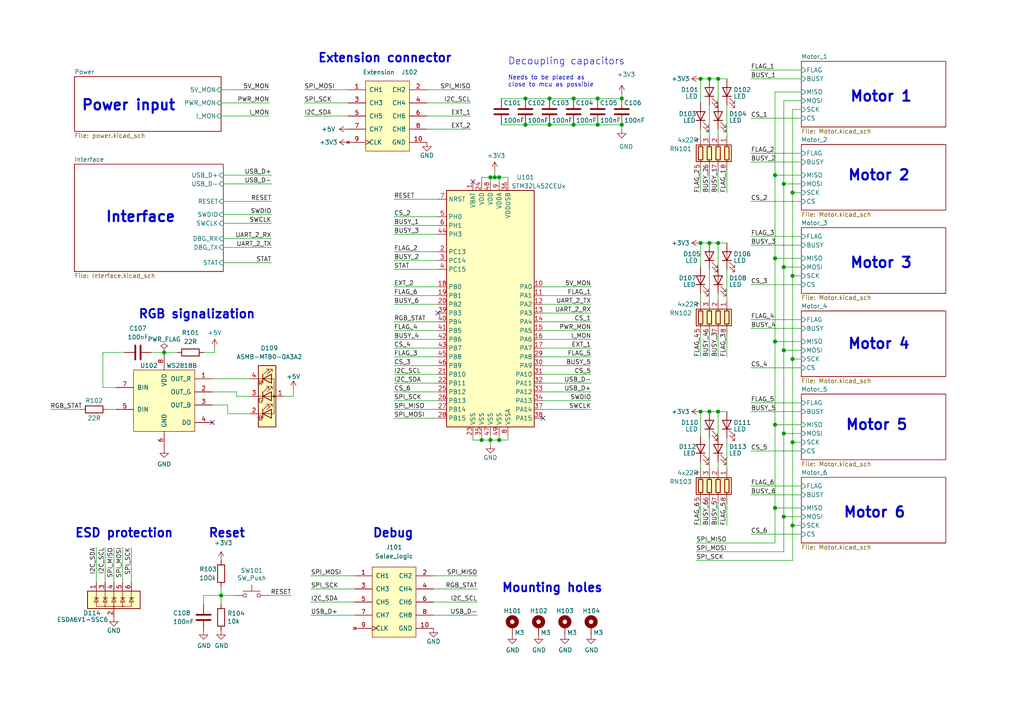
<source format=kicad_sch>
(kicad_sch (version 20201015) (generator eeschema)
  (paper "A4")
  (title_block (title "Arachne") (date "2019-07-16") (rev "0.1") (company "Autor: Petr Malaník"))
  (lib_symbols
    (symbol "Arachne-rescue:Salae_logic-TCY_connectors" (pin_names (offset 1.016))
      (property "Reference" "J" (at 0 10.16 0))
      (property "Value" "Salae_logic-TCY_connectors" (at 0 7.62 0))
      (symbol "Salae_logic-TCY_connectors_0_1"
        (rectangle (start -6.35 6.35) (end 6.35 -13.97) (fill (type background)))
      )
      (symbol "Salae_logic-TCY_connectors_1_1"
        (pin input line (at -11.43 3.81 0) (length 5.08) (name "CH1") (number "1"))
        (pin passive line (at 11.43 -11.43 180) (length 5.08) (name "GND") (number "10"))
        (pin input line (at 11.43 3.81 180) (length 5.08) (name "CH2") (number "2"))
        (pin input line (at -11.43 0 0) (length 5.08) (name "CH3") (number "3"))
        (pin input line (at 11.43 0 180) (length 5.08) (name "CH4") (number "4"))
        (pin input line (at -11.43 -3.81 0) (length 5.08) (name "CH5") (number "5"))
        (pin input line (at 11.43 -3.81 180) (length 5.08) (name "CH6") (number "6"))
        (pin input line (at -11.43 -7.62 0) (length 5.08) (name "CH7") (number "7"))
        (pin input line (at 11.43 -7.62 180) (length 5.08) (name "CH8") (number "8"))
        (pin unconnected clock (at -11.43 -11.43 0) (length 5.08) (name "CLK") (number "9"))
      )
    )
    (symbol "Arachne-rescue:WS2818B-TCY_IC" (pin_names (offset 1.016))
      (property "Reference" "U" (at 1.27 12.7 0))
      (property "Value" "WS2818B-TCY_IC" (at 5.08 10.16 0))
      (symbol "WS2818B-TCY_IC_0_1"
        (rectangle (start 8.89 8.89) (end -8.89 -8.89) (fill (type background)))
      )
      (symbol "WS2818B-TCY_IC_1_1"
        (pin output line (at 13.97 6.35 180) (length 5.08) (name "OUT_R") (number "1"))
        (pin output line (at 13.97 2.54 180) (length 5.08) (name "OUT_G") (number "2"))
        (pin output line (at 13.97 -1.27 180) (length 5.08) (name "OUT_B") (number "3"))
        (pin output line (at 13.97 -6.35 180) (length 5.08) (name "DO") (number "4"))
        (pin input line (at -13.97 -2.54 0) (length 5.08) (name "DIN") (number "5"))
        (pin passive line (at 0 -13.97 90) (length 5.08) (name "GND") (number "6"))
        (pin input line (at -13.97 3.81 0) (length 5.08) (name "BIN") (number "7"))
        (pin power_in line (at 0 13.97 270) (length 5.08) (name "VDD") (number "8"))
      )
    )
    (symbol "Device:C" (pin_numbers hide) (pin_names (offset 0.254))
      (property "Reference" "C" (at 0.635 2.54 0))
      (property "Value" "C" (at 0.635 -2.54 0))
      (symbol "C_0_1"
        (polyline (pts (xy -2.032 -0.762) (xy 2.032 -0.762)) (stroke (width 0.508)))
        (polyline (pts (xy -2.032 0.762) (xy 2.032 0.762)) (stroke (width 0.508)))
      )
      (symbol "C_1_1"
        (pin passive line (at 0 3.81 270) (length 2.794) (name "~") (number "1"))
        (pin passive line (at 0 -3.81 90) (length 2.794) (name "~") (number "2"))
      )
    )
    (symbol "Device:LED" (pin_numbers hide) (pin_names (offset 1.016) hide)
      (property "Reference" "D" (at 0 2.54 0))
      (property "Value" "LED" (at 0 -2.54 0))
      (symbol "LED_0_1"
        (polyline (pts (xy -1.27 -1.27) (xy -1.27 1.27)) (stroke (width 0.254)))
        (polyline (pts (xy -1.27 0) (xy 1.27 0)))
        (polyline (pts (xy 1.27 -1.27) (xy 1.27 1.27) (xy -1.27 0) (xy 1.27 -1.27)) (stroke (width 0.254)))
        (polyline (pts (xy -3.048 -0.762) (xy -4.572 -2.286) (xy -3.81 -2.286) (xy -4.572 -2.286) (xy -4.572 -1.524)))
        (polyline (pts (xy -1.778 -0.762) (xy -3.302 -2.286) (xy -2.54 -2.286) (xy -3.302 -2.286) (xy -3.302 -1.524)))
      )
      (symbol "LED_1_1"
        (pin passive line (at -3.81 0 0) (length 2.54) (name "K") (number "1"))
        (pin passive line (at 3.81 0 180) (length 2.54) (name "A") (number "2"))
      )
    )
    (symbol "Device:R" (pin_numbers hide) (pin_names (offset 0))
      (property "Reference" "R" (at 2.032 0 90))
      (property "Value" "R" (at 0 0 90))
      (symbol "R_0_1"
        (rectangle (start -1.016 -2.54) (end 1.016 2.54) (stroke (width 0.254)))
      )
      (symbol "R_1_1"
        (pin passive line (at 0 3.81 270) (length 1.27) (name "~") (number "1"))
        (pin passive line (at 0 -3.81 90) (length 1.27) (name "~") (number "2"))
      )
    )
    (symbol "Device:R_Pack04" (pin_names (offset 0) hide)
      (property "Reference" "RN" (at -7.62 0 90))
      (property "Value" "R_Pack04" (at 5.08 0 90))
      (symbol "R_Pack04_0_1"
        (rectangle (start -6.35 -2.413) (end 3.81 2.413) (stroke (width 0.254)) (fill (type background)))
        (rectangle (start -5.715 1.905) (end -4.445 -1.905) (stroke (width 0.254)))
        (rectangle (start -3.175 1.905) (end -1.905 -1.905) (stroke (width 0.254)))
        (rectangle (start -0.635 1.905) (end 0.635 -1.905) (stroke (width 0.254)))
        (rectangle (start 1.905 1.905) (end 3.175 -1.905) (stroke (width 0.254)))
        (polyline (pts (xy -5.08 -2.54) (xy -5.08 -1.905)))
        (polyline (pts (xy -5.08 1.905) (xy -5.08 2.54)))
        (polyline (pts (xy -2.54 -2.54) (xy -2.54 -1.905)))
        (polyline (pts (xy -2.54 1.905) (xy -2.54 2.54)))
        (polyline (pts (xy 0 -2.54) (xy 0 -1.905)))
        (polyline (pts (xy 0 1.905) (xy 0 2.54)))
        (polyline (pts (xy 2.54 -2.54) (xy 2.54 -1.905)))
        (polyline (pts (xy 2.54 1.905) (xy 2.54 2.54)))
      )
      (symbol "R_Pack04_1_1"
        (pin passive line (at -5.08 -5.08 90) (length 2.54) (name "R1.1") (number "1"))
        (pin passive line (at -2.54 -5.08 90) (length 2.54) (name "R2.1") (number "2"))
        (pin passive line (at 0 -5.08 90) (length 2.54) (name "R3.1") (number "3"))
        (pin passive line (at 2.54 -5.08 90) (length 2.54) (name "R4.1") (number "4"))
        (pin passive line (at 2.54 5.08 270) (length 2.54) (name "R4.2") (number "5"))
        (pin passive line (at 0 5.08 270) (length 2.54) (name "R3.2") (number "6"))
        (pin passive line (at -2.54 5.08 270) (length 2.54) (name "R2.2") (number "7"))
        (pin passive line (at -5.08 5.08 270) (length 2.54) (name "R1.2") (number "8"))
      )
    )
    (symbol "LED:ASMB-MTB0-0A3A2" (pin_names (offset 0) hide)
      (property "Reference" "D" (at 0 10.16 0))
      (property "Value" "ASMB-MTB0-0A3A2" (at 0 -10.16 0))
      (symbol "ASMB-MTB0-0A3A2_0_0"
        (text "B" (at -1.905 -6.35 0) (effects (font (size 1.27 1.27))))
        (text "G" (at -1.905 -1.27 0) (effects (font (size 1.27 1.27))))
        (text "R" (at -1.905 3.81 0) (effects (font (size 1.27 1.27))))
      )
      (symbol "ASMB-MTB0-0A3A2_0_1"
        (circle (center 2.032 0) (radius 0.254) (fill (type outline)))
        (rectangle (start -2.54 -8.89) (end 2.54 8.89) (stroke (width 0.254)) (fill (type background)))
        (rectangle (start 1.27 6.35) (end 1.27 6.35))
        (polyline (pts (xy -2.54 -5.08) (xy 1.27 -5.08)))
        (polyline (pts (xy -1.27 -3.81) (xy -1.27 -6.35)) (stroke (width 0.254)))
        (polyline (pts (xy -1.27 1.27) (xy -1.27 -1.27)) (stroke (width 0.254)))
        (polyline (pts (xy -1.27 6.35) (xy -1.27 3.81)) (stroke (width 0.254)))
        (polyline (pts (xy 1.27 5.08) (xy -2.54 5.08)))
        (polyline (pts (xy 2.54 0) (xy -2.54 0)))
        (polyline (pts (xy 1.27 -5.08) (xy 2.032 -5.08) (xy 2.032 5.08) (xy 1.27 5.08)))
        (polyline (pts (xy 1.27 -3.81) (xy 1.27 -6.35) (xy -1.27 -5.08) (xy 1.27 -3.81)) (stroke (width 0.254)))
        (polyline (pts (xy 1.27 1.27) (xy 1.27 -1.27) (xy -1.27 0) (xy 1.27 1.27)) (stroke (width 0.254)))
        (polyline (pts (xy 1.27 6.35) (xy 1.27 3.81) (xy -1.27 5.08) (xy 1.27 6.35)) (stroke (width 0.254)))
        (polyline (pts (xy -1.016 -3.81) (xy 0.508 -2.286) (xy -0.254 -2.286) (xy 0.508 -2.286) (xy 0.508 -3.048)))
        (polyline (pts (xy -1.016 1.27) (xy 0.508 2.794) (xy -0.254 2.794) (xy 0.508 2.794) (xy 0.508 2.032)))
        (polyline (pts (xy -1.016 6.35) (xy 0.508 7.874) (xy -0.254 7.874) (xy 0.508 7.874) (xy 0.508 7.112)))
        (polyline (pts (xy 0 -3.81) (xy 1.524 -2.286) (xy 0.762 -2.286) (xy 1.524 -2.286) (xy 1.524 -3.048)))
        (polyline (pts (xy 0 1.27) (xy 1.524 2.794) (xy 0.762 2.794) (xy 1.524 2.794) (xy 1.524 2.032)))
        (polyline (pts (xy 0 6.35) (xy 1.524 7.874) (xy 0.762 7.874) (xy 1.524 7.874) (xy 1.524 7.112)))
      )
      (symbol "ASMB-MTB0-0A3A2_1_1"
        (pin passive line (at 5.08 0 180) (length 2.54) (name "A") (number "1"))
        (pin passive line (at -5.08 -5.08 0) (length 2.54) (name "BK") (number "2"))
        (pin passive line (at -5.08 0 0) (length 2.54) (name "GK") (number "3"))
        (pin passive line (at -5.08 5.08 0) (length 2.54) (name "RK") (number "4"))
      )
    )
    (symbol "MCU_ST_STM32L4:STM32L452CEUx"
      (property "Reference" "U" (at -12.7 34.29 0))
      (property "Value" "STM32L452CEUx" (at 7.62 34.29 0))
      (symbol "STM32L452CEUx_0_1"
        (rectangle (start -12.7 -35.56) (end 12.7 33.02) (stroke (width 0.254)) (fill (type background)))
      )
      (symbol "STM32L452CEUx_1_1"
        (pin power_in line (at -5.08 35.56 270) (length 2.54) (name "VBAT") (number "1"))
        (pin bidirectional line (at 15.24 5.08 180) (length 2.54) (name "PA0") (number "10"))
        (pin bidirectional line (at 15.24 2.54 180) (length 2.54) (name "PA1") (number "11"))
        (pin bidirectional line (at 15.24 0 180) (length 2.54) (name "PA2") (number "12"))
        (pin bidirectional line (at 15.24 -2.54 180) (length 2.54) (name "PA3") (number "13"))
        (pin bidirectional line (at 15.24 -5.08 180) (length 2.54) (name "PA4") (number "14"))
        (pin bidirectional line (at 15.24 -7.62 180) (length 2.54) (name "PA5") (number "15"))
        (pin bidirectional line (at 15.24 -10.16 180) (length 2.54) (name "PA6") (number "16"))
        (pin bidirectional line (at 15.24 -12.7 180) (length 2.54) (name "PA7") (number "17"))
        (pin bidirectional line (at -15.24 5.08 0) (length 2.54) (name "PB0") (number "18"))
        (pin bidirectional line (at -15.24 2.54 0) (length 2.54) (name "PB1") (number "19"))
        (pin bidirectional line (at -15.24 15.24 0) (length 2.54) (name "PC13") (number "2"))
        (pin bidirectional line (at -15.24 0 0) (length 2.54) (name "PB2") (number "20"))
        (pin bidirectional line (at -15.24 -20.32 0) (length 2.54) (name "PB10") (number "21"))
        (pin bidirectional line (at -15.24 -22.86 0) (length 2.54) (name "PB11") (number "22"))
        (pin power_in line (at -5.08 -38.1 90) (length 2.54) (name "VSS") (number "23"))
        (pin power_in line (at -2.54 35.56 270) (length 2.54) (name "VDD") (number "24"))
        (pin bidirectional line (at -15.24 -25.4 0) (length 2.54) (name "PB12") (number "25"))
        (pin bidirectional line (at -15.24 -27.94 0) (length 2.54) (name "PB13") (number "26"))
        (pin bidirectional line (at -15.24 -30.48 0) (length 2.54) (name "PB14") (number "27"))
        (pin bidirectional line (at -15.24 -33.02 0) (length 2.54) (name "PB15") (number "28"))
        (pin bidirectional line (at 15.24 -15.24 180) (length 2.54) (name "PA8") (number "29"))
        (pin bidirectional line (at -15.24 12.7 0) (length 2.54) (name "PC14") (number "3"))
        (pin bidirectional line (at 15.24 -17.78 180) (length 2.54) (name "PA9") (number "30"))
        (pin bidirectional line (at 15.24 -20.32 180) (length 2.54) (name "PA10") (number "31"))
        (pin bidirectional line (at 15.24 -22.86 180) (length 2.54) (name "PA11") (number "32"))
        (pin bidirectional line (at 15.24 -25.4 180) (length 2.54) (name "PA12") (number "33"))
        (pin bidirectional line (at 15.24 -27.94 180) (length 2.54) (name "PA13") (number "34"))
        (pin power_in line (at -2.54 -38.1 90) (length 2.54) (name "VSS") (number "35"))
        (pin power_in line (at 5.08 35.56 270) (length 2.54) (name "VDDUSB") (number "36"))
        (pin bidirectional line (at 15.24 -30.48 180) (length 2.54) (name "PA14") (number "37"))
        (pin bidirectional line (at 15.24 -33.02 180) (length 2.54) (name "PA15") (number "38"))
        (pin bidirectional line (at -15.24 -2.54 0) (length 2.54) (name "PB3") (number "39"))
        (pin bidirectional line (at -15.24 10.16 0) (length 2.54) (name "PC15") (number "4"))
        (pin bidirectional line (at -15.24 -5.08 0) (length 2.54) (name "PB4") (number "40"))
        (pin bidirectional line (at -15.24 -7.62 0) (length 2.54) (name "PB5") (number "41"))
        (pin bidirectional line (at -15.24 -10.16 0) (length 2.54) (name "PB6") (number "42"))
        (pin bidirectional line (at -15.24 -12.7 0) (length 2.54) (name "PB7") (number "43"))
        (pin bidirectional line (at -15.24 20.32 0) (length 2.54) (name "PH3") (number "44"))
        (pin bidirectional line (at -15.24 -15.24 0) (length 2.54) (name "PB8") (number "45"))
        (pin bidirectional line (at -15.24 -17.78 0) (length 2.54) (name "PB9") (number "46"))
        (pin power_in line (at 0 -38.1 90) (length 2.54) (name "VSS") (number "47"))
        (pin power_in line (at 0 35.56 270) (length 2.54) (name "VDD") (number "48"))
        (pin power_in line (at 2.54 -38.1 90) (length 2.54) (name "VSS") (number "49"))
        (pin input line (at -15.24 25.4 0) (length 2.54) (name "PH0") (number "5"))
        (pin input line (at -15.24 22.86 0) (length 2.54) (name "PH1") (number "6"))
        (pin input line (at -15.24 30.48 0) (length 2.54) (name "NRST") (number "7"))
        (pin power_in line (at 5.08 -38.1 90) (length 2.54) (name "VSSA") (number "8"))
        (pin power_in line (at 2.54 35.56 270) (length 2.54) (name "VDDA") (number "9"))
      )
    )
    (symbol "Mechanical:MountingHole_Pad" (pin_numbers hide) (pin_names (offset 1.016) hide)
      (property "Reference" "H" (at 0 6.35 0))
      (property "Value" "MountingHole_Pad" (at 0 4.445 0))
      (symbol "MountingHole_Pad_0_1"
        (circle (center 0 1.27) (radius 1.27) (stroke (width 1.27)))
      )
      (symbol "MountingHole_Pad_1_1"
        (pin input line (at 0 -2.54 90) (length 2.54) (name "1") (number "1"))
      )
    )
    (symbol "Power_Protection:ESDA6V1-5SC6" (pin_names hide)
      (property "Reference" "D" (at -5.08 -3.81 0))
      (property "Value" "ESDA6V1-5SC6" (at 2.54 -3.81 0))
      (symbol "ESDA6V1-5SC6_0_0"
        (pin passive line (at 0 -5.08 90) (length 2.54) (name "GND") (number "2"))
      )
      (symbol "ESDA6V1-5SC6_0_1"
        (circle (center -2.54 -1.905) (radius 0.127))
        (circle (center 0 -1.905) (radius 0.127))
        (circle (center 2.54 -1.905) (radius 0.127))
        (rectangle (start -7.62 2.54) (end 7.62 -2.54) (stroke (width 0.254)) (fill (type background)))
        (polyline (pts (xy -2.54 2.54) (xy -2.54 -1.905)))
        (polyline (pts (xy 0 2.54) (xy 0 -2.54)))
        (polyline (pts (xy 2.54 2.54) (xy 2.54 -1.905)))
        (polyline (pts (xy -5.715 0.635) (xy -4.445 0.635) (xy -4.445 0.381)))
        (polyline (pts (xy -3.175 0.635) (xy -1.905 0.635) (xy -1.905 0.381)))
        (polyline (pts (xy -0.635 0.635) (xy 0.635 0.635) (xy 0.635 0.381)))
        (polyline (pts (xy 1.905 0.635) (xy 3.175 0.635) (xy 3.175 0.381)))
        (polyline (pts (xy 4.445 0.635) (xy 5.715 0.635) (xy 5.715 0.381)))
        (polyline (pts (xy -5.715 -0.635) (xy -4.445 -0.635) (xy -5.08 0.635) (xy -5.715 -0.635)))
        (polyline (pts (xy -5.08 2.54) (xy -5.08 -1.905) (xy 5.08 -1.905) (xy 5.08 2.54)))
        (polyline (pts (xy -3.175 -0.635) (xy -1.905 -0.635) (xy -2.54 0.635) (xy -3.175 -0.635)))
        (polyline (pts (xy -0.635 -0.635) (xy 0.635 -0.635) (xy 0 0.635) (xy -0.635 -0.635)))
        (polyline (pts (xy 1.905 -0.635) (xy 3.175 -0.635) (xy 2.54 0.635) (xy 1.905 -0.635)))
        (polyline (pts (xy 4.445 -0.635) (xy 5.715 -0.635) (xy 5.08 0.635) (xy 4.445 -0.635)))
      )
      (symbol "ESDA6V1-5SC6_1_1"
        (pin passive line (at -5.08 5.08 270) (length 2.54) (name "IO1") (number "1"))
        (pin passive line (at -2.54 5.08 270) (length 2.54) (name "IO2") (number "3"))
        (pin passive line (at 0 5.08 270) (length 2.54) (name "IO3") (number "4"))
        (pin passive line (at 2.54 5.08 270) (length 2.54) (name "IO4") (number "5"))
        (pin passive line (at 5.08 5.08 270) (length 2.54) (name "IO5") (number "6"))
      )
    )
    (symbol "Switch:SW_Push" (pin_numbers hide) (pin_names (offset 1.016) hide)
      (property "Reference" "SW" (at 1.27 2.54 0))
      (property "Value" "SW_Push" (at 0 -1.524 0))
      (symbol "SW_Push_0_1"
        (circle (center -2.032 0) (radius 0.508))
        (circle (center 2.032 0) (radius 0.508))
        (polyline (pts (xy 0 1.27) (xy 0 3.048)))
        (polyline (pts (xy 2.54 1.27) (xy -2.54 1.27)))
        (pin passive line (at -5.08 0 0) (length 2.54) (name "1") (number "1"))
        (pin passive line (at 5.08 0 180) (length 2.54) (name "2") (number "2"))
      )
    )
    (symbol "power:+3.3V" (power) (pin_names (offset 0))
      (property "Value" "+3.3V" (at 0 3.556 0))
      (symbol "+3.3V_0_1"
        (polyline (pts (xy -0.762 1.27) (xy 0 2.54)))
        (polyline (pts (xy 0 0) (xy 0 2.54)))
        (polyline (pts (xy 0 2.54) (xy 0.762 1.27)))
      )
      (symbol "+3.3V_1_1"
        (pin power_in line (at 0 0 90) (length 0) hide (name "+3V3") (number "1"))
      )
    )
    (symbol "power:+5V" (power) (pin_names (offset 0))
      (property "Value" "+5V" (at 0 3.556 0))
      (symbol "+5V_0_1"
        (polyline (pts (xy -0.762 1.27) (xy 0 2.54)))
        (polyline (pts (xy 0 0) (xy 0 2.54)))
        (polyline (pts (xy 0 2.54) (xy 0.762 1.27)))
      )
      (symbol "+5V_1_1"
        (pin power_in line (at 0 0 90) (length 0) hide (name "+5V") (number "1"))
      )
    )
    (symbol "power:GND" (power) (pin_names (offset 0))
      (property "Value" "GND" (at 0 -3.81 0))
      (symbol "GND_0_1"
        (polyline (pts (xy 0 0) (xy 0 -1.27) (xy 1.27 -1.27) (xy 0 -2.54) (xy -1.27 -1.27) (xy 0 -1.27)))
      )
      (symbol "GND_1_1"
        (pin power_in line (at 0 0 270) (length 0) hide (name "GND") (number "1"))
      )
    )
    (symbol "power:PWR_FLAG" (power) (pin_numbers hide) (pin_names (offset 0) hide)
      (property "Value" "PWR_FLAG" (at 0 3.81 0))
      (symbol "PWR_FLAG_0_0"
        (pin power_out line (at 0 0 90) (length 0) (name "pwr") (number "1"))
      )
      (symbol "PWR_FLAG_0_1"
        (polyline (pts (xy 0 0) (xy 0 1.27) (xy -1.016 1.905) (xy 0 2.54) (xy 1.016 1.905) (xy 0 1.27)))
      )
    )
  )
  (junction (at 47.625 102.235) (diameter 1.016))
  (junction (at 64.135 172.72) (diameter 1.016))
  (junction (at 139.7 127.635) (diameter 1.016))
  (junction (at 142.24 51.435) (diameter 1.016))
  (junction (at 142.24 127.635) (diameter 1.016))
  (junction (at 143.51 51.435) (diameter 1.016))
  (junction (at 144.78 51.435) (diameter 1.016))
  (junction (at 144.78 127.635) (diameter 1.016))
  (junction (at 152.4 28.575) (diameter 1.016))
  (junction (at 152.4 36.195) (diameter 1.016))
  (junction (at 159.385 28.575) (diameter 1.016))
  (junction (at 159.385 36.195) (diameter 1.016))
  (junction (at 166.37 28.575) (diameter 1.016))
  (junction (at 166.37 36.195) (diameter 1.016))
  (junction (at 173.355 28.575) (diameter 1.016))
  (junction (at 173.355 36.195) (diameter 1.016))
  (junction (at 180.34 28.575) (diameter 1.016))
  (junction (at 180.34 36.195) (diameter 1.016))
  (junction (at 203.2 22.86) (diameter 1.016))
  (junction (at 203.2 70.485) (diameter 1.016))
  (junction (at 203.2 119.38) (diameter 1.016))
  (junction (at 205.74 22.86) (diameter 1.016))
  (junction (at 205.74 70.485) (diameter 1.016))
  (junction (at 205.74 119.38) (diameter 1.016))
  (junction (at 208.28 22.86) (diameter 1.016))
  (junction (at 208.28 70.485) (diameter 1.016))
  (junction (at 208.28 119.38) (diameter 1.016))
  (junction (at 224.79 50.8) (diameter 1.016))
  (junction (at 224.79 74.93) (diameter 1.016))
  (junction (at 224.79 99.06) (diameter 1.016))
  (junction (at 224.79 123.19) (diameter 1.016))
  (junction (at 224.79 147.32) (diameter 1.016))
  (junction (at 227.33 53.34) (diameter 1.016))
  (junction (at 227.33 77.47) (diameter 1.016))
  (junction (at 227.33 101.6) (diameter 1.016))
  (junction (at 227.33 125.73) (diameter 1.016))
  (junction (at 227.33 149.86) (diameter 1.016))
  (junction (at 229.87 55.88) (diameter 1.016))
  (junction (at 229.87 80.01) (diameter 1.016))
  (junction (at 229.87 104.14) (diameter 1.016))
  (junction (at 229.87 128.27) (diameter 1.016))
  (junction (at 229.87 152.4) (diameter 1.016))
  (no_connect (at 127 90.805))
  (no_connect (at 157.48 121.285))
  (no_connect (at 137.16 52.705))
  (no_connect (at 61.595 122.555))
  (wire (pts (xy 23.495 118.745) (xy 14.605 118.745)))
  (wire (pts (xy 27.94 168.91) (xy 27.94 158.75)))
  (wire (pts (xy 29.845 102.235) (xy 36.195 102.235)))
  (wire (pts (xy 29.845 112.395) (xy 29.845 102.235)))
  (wire (pts (xy 30.48 168.91) (xy 30.48 158.75)))
  (wire (pts (xy 33.02 158.75) (xy 33.02 168.91)))
  (wire (pts (xy 33.655 112.395) (xy 29.845 112.395)))
  (wire (pts (xy 33.655 118.745) (xy 31.115 118.745)))
  (wire (pts (xy 35.56 158.75) (xy 35.56 168.91)))
  (wire (pts (xy 38.1 158.75) (xy 38.1 168.91)))
  (wire (pts (xy 43.815 102.235) (xy 47.625 102.235)))
  (wire (pts (xy 47.625 102.235) (xy 51.435 102.235)))
  (wire (pts (xy 59.055 102.235) (xy 62.23 102.235)))
  (wire (pts (xy 59.055 172.72) (xy 59.055 175.26)))
  (wire (pts (xy 61.595 109.855) (xy 72.39 109.855)))
  (wire (pts (xy 61.595 113.665) (xy 68.58 113.665)))
  (wire (pts (xy 61.595 117.475) (xy 66.04 117.475)))
  (wire (pts (xy 62.23 102.235) (xy 62.23 100.965)))
  (wire (pts (xy 64.135 26.035) (xy 78.105 26.035)))
  (wire (pts (xy 64.135 29.845) (xy 78.105 29.845)))
  (wire (pts (xy 64.135 33.655) (xy 78.105 33.655)))
  (wire (pts (xy 64.135 170.18) (xy 64.135 172.72)))
  (wire (pts (xy 64.135 172.72) (xy 59.055 172.72)))
  (wire (pts (xy 64.135 172.72) (xy 64.135 175.26)))
  (wire (pts (xy 64.77 50.8) (xy 78.74 50.8)))
  (wire (pts (xy 64.77 58.42) (xy 78.74 58.42)))
  (wire (pts (xy 64.77 64.77) (xy 78.74 64.77)))
  (wire (pts (xy 64.77 71.755) (xy 78.74 71.755)))
  (wire (pts (xy 64.77 76.2) (xy 78.74 76.2)))
  (wire (pts (xy 66.04 117.475) (xy 66.04 120.015)))
  (wire (pts (xy 66.04 120.015) (xy 72.39 120.015)))
  (wire (pts (xy 67.945 172.72) (xy 64.135 172.72)))
  (wire (pts (xy 68.58 113.665) (xy 68.58 114.935)))
  (wire (pts (xy 68.58 114.935) (xy 72.39 114.935)))
  (wire (pts (xy 78.105 172.72) (xy 84.455 172.72)))
  (wire (pts (xy 78.74 53.34) (xy 64.77 53.34)))
  (wire (pts (xy 78.74 62.23) (xy 64.77 62.23)))
  (wire (pts (xy 78.74 69.215) (xy 64.77 69.215)))
  (wire (pts (xy 82.55 114.935) (xy 85.09 114.935)))
  (wire (pts (xy 85.09 114.935) (xy 85.09 113.03)))
  (wire (pts (xy 88.265 26.035) (xy 100.965 26.035)))
  (wire (pts (xy 90.17 167.005) (xy 102.87 167.005)))
  (wire (pts (xy 90.17 178.435) (xy 102.87 178.435)))
  (wire (pts (xy 100.965 29.845) (xy 88.265 29.845)))
  (wire (pts (xy 100.965 33.655) (xy 88.265 33.655)))
  (wire (pts (xy 102.87 170.815) (xy 90.17 170.815)))
  (wire (pts (xy 102.87 174.625) (xy 90.17 174.625)))
  (wire (pts (xy 114.3 62.865) (xy 127 62.865)))
  (wire (pts (xy 114.3 73.025) (xy 127 73.025)))
  (wire (pts (xy 114.3 75.565) (xy 127 75.565)))
  (wire (pts (xy 114.3 85.725) (xy 127 85.725)))
  (wire (pts (xy 114.3 88.265) (xy 127 88.265)))
  (wire (pts (xy 114.3 95.885) (xy 127 95.885)))
  (wire (pts (xy 114.3 100.965) (xy 127 100.965)))
  (wire (pts (xy 114.3 108.585) (xy 127 108.585)))
  (wire (pts (xy 114.3 113.665) (xy 127 113.665)))
  (wire (pts (xy 114.3 121.285) (xy 127 121.285)))
  (wire (pts (xy 123.825 26.035) (xy 136.525 26.035)))
  (wire (pts (xy 123.825 33.655) (xy 136.525 33.655)))
  (wire (pts (xy 123.825 37.465) (xy 136.525 37.465)))
  (wire (pts (xy 125.73 167.005) (xy 138.43 167.005)))
  (wire (pts (xy 125.73 170.815) (xy 138.43 170.815)))
  (wire (pts (xy 127 57.785) (xy 114.3 57.785)))
  (wire (pts (xy 127 65.405) (xy 114.3 65.405)))
  (wire (pts (xy 127 67.945) (xy 114.3 67.945)))
  (wire (pts (xy 127 78.105) (xy 114.3 78.105)))
  (wire (pts (xy 127 83.185) (xy 114.3 83.185)))
  (wire (pts (xy 127 93.345) (xy 114.3 93.345)))
  (wire (pts (xy 127 98.425) (xy 114.3 98.425)))
  (wire (pts (xy 127 103.505) (xy 114.3 103.505)))
  (wire (pts (xy 127 106.045) (xy 114.3 106.045)))
  (wire (pts (xy 127 111.125) (xy 114.3 111.125)))
  (wire (pts (xy 127 116.205) (xy 114.3 116.205)))
  (wire (pts (xy 127 118.745) (xy 114.3 118.745)))
  (wire (pts (xy 136.525 29.845) (xy 123.825 29.845)))
  (wire (pts (xy 137.16 126.365) (xy 137.16 127.635)))
  (wire (pts (xy 137.16 127.635) (xy 139.7 127.635)))
  (wire (pts (xy 138.43 174.625) (xy 125.73 174.625)))
  (wire (pts (xy 138.43 178.435) (xy 125.73 178.435)))
  (wire (pts (xy 139.7 51.435) (xy 142.24 51.435)))
  (wire (pts (xy 139.7 52.705) (xy 139.7 51.435)))
  (wire (pts (xy 139.7 126.365) (xy 139.7 127.635)))
  (wire (pts (xy 139.7 127.635) (xy 142.24 127.635)))
  (wire (pts (xy 142.24 51.435) (xy 142.24 52.705)))
  (wire (pts (xy 142.24 51.435) (xy 143.51 51.435)))
  (wire (pts (xy 142.24 126.365) (xy 142.24 127.635)))
  (wire (pts (xy 142.24 127.635) (xy 142.24 128.905)))
  (wire (pts (xy 143.51 51.435) (xy 143.51 49.53)))
  (wire (pts (xy 143.51 51.435) (xy 144.78 51.435)))
  (wire (pts (xy 144.78 51.435) (xy 144.78 52.705)))
  (wire (pts (xy 144.78 51.435) (xy 147.32 51.435)))
  (wire (pts (xy 144.78 126.365) (xy 144.78 127.635)))
  (wire (pts (xy 144.78 127.635) (xy 142.24 127.635)))
  (wire (pts (xy 145.415 28.575) (xy 152.4 28.575)))
  (wire (pts (xy 145.415 36.195) (xy 152.4 36.195)))
  (wire (pts (xy 147.32 51.435) (xy 147.32 52.705)))
  (wire (pts (xy 147.32 126.365) (xy 147.32 127.635)))
  (wire (pts (xy 147.32 127.635) (xy 144.78 127.635)))
  (wire (pts (xy 152.4 28.575) (xy 159.385 28.575)))
  (wire (pts (xy 152.4 36.195) (xy 159.385 36.195)))
  (wire (pts (xy 157.48 83.185) (xy 171.45 83.185)))
  (wire (pts (xy 157.48 85.725) (xy 171.45 85.725)))
  (wire (pts (xy 157.48 88.265) (xy 171.45 88.265)))
  (wire (pts (xy 157.48 93.345) (xy 171.45 93.345)))
  (wire (pts (xy 157.48 98.425) (xy 171.45 98.425)))
  (wire (pts (xy 157.48 100.965) (xy 171.45 100.965)))
  (wire (pts (xy 157.48 103.505) (xy 171.45 103.505)))
  (wire (pts (xy 157.48 106.045) (xy 171.45 106.045)))
  (wire (pts (xy 157.48 108.585) (xy 171.45 108.585)))
  (wire (pts (xy 157.48 111.125) (xy 171.45 111.125)))
  (wire (pts (xy 157.48 118.745) (xy 171.45 118.745)))
  (wire (pts (xy 159.385 28.575) (xy 166.37 28.575)))
  (wire (pts (xy 159.385 36.195) (xy 166.37 36.195)))
  (wire (pts (xy 166.37 28.575) (xy 173.355 28.575)))
  (wire (pts (xy 166.37 36.195) (xy 173.355 36.195)))
  (wire (pts (xy 171.45 90.805) (xy 157.48 90.805)))
  (wire (pts (xy 171.45 95.885) (xy 157.48 95.885)))
  (wire (pts (xy 171.45 113.665) (xy 157.48 113.665)))
  (wire (pts (xy 171.45 116.205) (xy 157.48 116.205)))
  (wire (pts (xy 173.355 28.575) (xy 180.34 28.575)))
  (wire (pts (xy 173.355 36.195) (xy 180.34 36.195)))
  (wire (pts (xy 180.34 28.575) (xy 180.34 27.305)))
  (wire (pts (xy 180.34 36.195) (xy 180.34 37.465)))
  (wire (pts (xy 201.93 157.48) (xy 224.79 157.48)))
  (wire (pts (xy 201.93 160.02) (xy 227.33 160.02)))
  (wire (pts (xy 201.93 162.56) (xy 229.87 162.56)))
  (wire (pts (xy 203.2 22.86) (xy 203.2 29.845)))
  (wire (pts (xy 203.2 39.37) (xy 203.2 37.465)))
  (wire (pts (xy 203.2 49.53) (xy 203.2 55.88)))
  (wire (pts (xy 203.2 70.485) (xy 203.2 77.47)))
  (wire (pts (xy 203.2 86.995) (xy 203.2 85.09)))
  (wire (pts (xy 203.2 97.155) (xy 203.2 103.505)))
  (wire (pts (xy 203.2 119.38) (xy 203.2 126.365)))
  (wire (pts (xy 203.2 135.89) (xy 203.2 133.985)))
  (wire (pts (xy 203.2 146.05) (xy 203.2 152.4)))
  (wire (pts (xy 205.74 22.86) (xy 203.2 22.86)))
  (wire (pts (xy 205.74 39.37) (xy 205.74 30.48)))
  (wire (pts (xy 205.74 49.53) (xy 205.74 55.88)))
  (wire (pts (xy 205.74 70.485) (xy 203.2 70.485)))
  (wire (pts (xy 205.74 86.995) (xy 205.74 78.105)))
  (wire (pts (xy 205.74 97.155) (xy 205.74 103.505)))
  (wire (pts (xy 205.74 119.38) (xy 203.2 119.38)))
  (wire (pts (xy 205.74 135.89) (xy 205.74 127)))
  (wire (pts (xy 205.74 146.05) (xy 205.74 152.4)))
  (wire (pts (xy 208.28 22.86) (xy 205.74 22.86)))
  (wire (pts (xy 208.28 29.845) (xy 208.28 22.86)))
  (wire (pts (xy 208.28 39.37) (xy 208.28 37.465)))
  (wire (pts (xy 208.28 49.53) (xy 208.28 55.88)))
  (wire (pts (xy 208.28 70.485) (xy 205.74 70.485)))
  (wire (pts (xy 208.28 77.47) (xy 208.28 70.485)))
  (wire (pts (xy 208.28 86.995) (xy 208.28 85.09)))
  (wire (pts (xy 208.28 97.155) (xy 208.28 103.505)))
  (wire (pts (xy 208.28 119.38) (xy 205.74 119.38)))
  (wire (pts (xy 208.28 126.365) (xy 208.28 119.38)))
  (wire (pts (xy 208.28 135.89) (xy 208.28 133.985)))
  (wire (pts (xy 208.28 146.05) (xy 208.28 152.4)))
  (wire (pts (xy 210.82 22.86) (xy 208.28 22.86)))
  (wire (pts (xy 210.82 30.48) (xy 210.82 39.37)))
  (wire (pts (xy 210.82 49.53) (xy 210.82 55.88)))
  (wire (pts (xy 210.82 70.485) (xy 208.28 70.485)))
  (wire (pts (xy 210.82 78.105) (xy 210.82 86.995)))
  (wire (pts (xy 210.82 97.155) (xy 210.82 103.505)))
  (wire (pts (xy 210.82 119.38) (xy 208.28 119.38)))
  (wire (pts (xy 210.82 127) (xy 210.82 135.89)))
  (wire (pts (xy 210.82 146.05) (xy 210.82 152.4)))
  (wire (pts (xy 217.805 20.32) (xy 232.41 20.32)))
  (wire (pts (xy 217.805 22.86) (xy 232.41 22.86)))
  (wire (pts (xy 217.805 34.29) (xy 232.41 34.29)))
  (wire (pts (xy 217.805 44.45) (xy 232.41 44.45)))
  (wire (pts (xy 217.805 46.99) (xy 232.41 46.99)))
  (wire (pts (xy 217.805 58.42) (xy 232.41 58.42)))
  (wire (pts (xy 217.805 68.58) (xy 232.41 68.58)))
  (wire (pts (xy 217.805 71.12) (xy 232.41 71.12)))
  (wire (pts (xy 217.805 82.55) (xy 232.41 82.55)))
  (wire (pts (xy 217.805 92.71) (xy 232.41 92.71)))
  (wire (pts (xy 217.805 95.25) (xy 232.41 95.25)))
  (wire (pts (xy 217.805 106.68) (xy 232.41 106.68)))
  (wire (pts (xy 217.805 116.84) (xy 232.41 116.84)))
  (wire (pts (xy 217.805 119.38) (xy 232.41 119.38)))
  (wire (pts (xy 217.805 130.81) (xy 232.41 130.81)))
  (wire (pts (xy 217.805 140.97) (xy 232.41 140.97)))
  (wire (pts (xy 217.805 143.51) (xy 232.41 143.51)))
  (wire (pts (xy 217.805 154.94) (xy 232.41 154.94)))
  (wire (pts (xy 224.79 26.67) (xy 232.41 26.67)))
  (wire (pts (xy 224.79 50.8) (xy 224.79 26.67)))
  (wire (pts (xy 224.79 50.8) (xy 232.41 50.8)))
  (wire (pts (xy 224.79 74.93) (xy 224.79 50.8)))
  (wire (pts (xy 224.79 74.93) (xy 232.41 74.93)))
  (wire (pts (xy 224.79 99.06) (xy 224.79 74.93)))
  (wire (pts (xy 224.79 99.06) (xy 232.41 99.06)))
  (wire (pts (xy 224.79 123.19) (xy 224.79 99.06)))
  (wire (pts (xy 224.79 123.19) (xy 232.41 123.19)))
  (wire (pts (xy 224.79 147.32) (xy 224.79 123.19)))
  (wire (pts (xy 224.79 147.32) (xy 224.79 157.48)))
  (wire (pts (xy 227.33 29.21) (xy 232.41 29.21)))
  (wire (pts (xy 227.33 53.34) (xy 227.33 29.21)))
  (wire (pts (xy 227.33 53.34) (xy 232.41 53.34)))
  (wire (pts (xy 227.33 77.47) (xy 227.33 53.34)))
  (wire (pts (xy 227.33 77.47) (xy 232.41 77.47)))
  (wire (pts (xy 227.33 101.6) (xy 227.33 77.47)))
  (wire (pts (xy 227.33 101.6) (xy 232.41 101.6)))
  (wire (pts (xy 227.33 125.73) (xy 227.33 101.6)))
  (wire (pts (xy 227.33 125.73) (xy 232.41 125.73)))
  (wire (pts (xy 227.33 149.86) (xy 227.33 125.73)))
  (wire (pts (xy 227.33 149.86) (xy 227.33 160.02)))
  (wire (pts (xy 229.87 31.75) (xy 229.87 55.88)))
  (wire (pts (xy 229.87 55.88) (xy 229.87 80.01)))
  (wire (pts (xy 229.87 55.88) (xy 232.41 55.88)))
  (wire (pts (xy 229.87 80.01) (xy 229.87 104.14)))
  (wire (pts (xy 229.87 80.01) (xy 232.41 80.01)))
  (wire (pts (xy 229.87 104.14) (xy 229.87 128.27)))
  (wire (pts (xy 229.87 104.14) (xy 232.41 104.14)))
  (wire (pts (xy 229.87 128.27) (xy 229.87 152.4)))
  (wire (pts (xy 229.87 128.27) (xy 232.41 128.27)))
  (wire (pts (xy 229.87 152.4) (xy 229.87 162.56)))
  (wire (pts (xy 229.87 152.4) (xy 232.41 152.4)))
  (wire (pts (xy 232.41 31.75) (xy 229.87 31.75)))
  (wire (pts (xy 232.41 147.32) (xy 224.79 147.32)))
  (wire (pts (xy 232.41 149.86) (xy 227.33 149.86)))
  (text "ESD protection" (at 21.59 156.21 0) (effects (font (size 2.5146 2.5146) (thickness 0.5029) bold) (justify left bottom)))
  (text "Power input" (at 23.495 32.385 0) (effects (font (size 2.9972 2.9972) (thickness 0.5994) bold) (justify left bottom)))
  (text "Interface" (at 30.48 64.77 0) (effects (font (size 2.9972 2.9972) (thickness 0.5994) bold) (justify left bottom)))
  (text "RGB signalization" (at 40.005 92.71 0) (effects (font (size 2.5146 2.5146) (thickness 0.5029) bold) (justify left bottom)))
  (text "Reset" (at 60.325 156.21 0) (effects (font (size 2.5146 2.5146) (thickness 0.5029) bold) (justify left bottom)))
  (text "Extension connector" (at 92.075 18.415 0) (effects (font (size 2.5146 2.5146) (thickness 0.5029) bold) (justify left bottom)))
  (text "Debug\n" (at 107.95 156.21 0) (effects (font (size 2.5146 2.5146) (thickness 0.5029) bold) (justify left bottom)))
  (text "Mounting holes" (at 145.415 172.085 0) (effects (font (size 2.5146 2.5146) (thickness 0.5029) bold) (justify left bottom)))
  (text "Decoupling capacitors" (at 147.32 19.05 0) (effects (font (size 2.0066 2.0066)) (justify left bottom)))
  (text "Needs to be placed as \nclose to mcu as possible" (at 147.32 25.4 0) (effects (font (size 1.27 1.27)) (justify left bottom)))
  (text "Motor 6\n" (at 244.475 150.495 0) (effects (font (size 2.9972 2.9972) (thickness 0.5994) bold) (justify left bottom)))
  (text "Motor 5" (at 245.11 125.095 0) (effects (font (size 2.9972 2.9972) (thickness 0.5994) bold) (justify left bottom)))
  (text "Motor 2\n" (at 245.745 52.705 0) (effects (font (size 2.9972 2.9972) (thickness 0.5994) bold) (justify left bottom)))
  (text "Motor 4\n" (at 245.745 101.6 0) (effects (font (size 2.9972 2.9972) (thickness 0.5994) bold) (justify left bottom)))
  (text "Motor 1" (at 246.38 29.845 0) (effects (font (size 2.9972 2.9972) (thickness 0.5994) bold) (justify left bottom)))
  (text "Motor 3" (at 246.38 78.105 0) (effects (font (size 2.9972 2.9972) (thickness 0.5994) bold) (justify left bottom)))
  (label "RGB_STAT" (at 14.605 118.745 0))
  (label "I2C_SDA" (at 27.94 158.75 270))
  (label "I2C_SCL" (at 30.48 158.75 270))
  (label "SPI_MISO" (at 33.02 158.75 270))
  (label "SPI_MOSI" (at 35.56 158.75 270))
  (label "SPI_SCK" (at 38.1 158.75 270))
  (label "5V_MON" (at 78.105 26.035 180))
  (label "PWR_MON" (at 78.105 29.845 180))
  (label "I_MON" (at 78.105 33.655 180))
  (label "USB_D+" (at 78.74 50.8 180))
  (label "USB_D-" (at 78.74 53.34 180))
  (label "RESET" (at 78.74 58.42 180))
  (label "SWDIO" (at 78.74 62.23 180))
  (label "SWCLK" (at 78.74 64.77 180))
  (label "UART_2_RX" (at 78.74 69.215 180))
  (label "UART_2_TX" (at 78.74 71.755 180))
  (label "STAT" (at 78.74 76.2 180))
  (label "RESET" (at 84.455 172.72 180))
  (label "SPI_MOSI" (at 88.265 26.035 0))
  (label "SPI_SCK" (at 88.265 29.845 0))
  (label "I2C_SDA" (at 88.265 33.655 0))
  (label "SPI_MOSI" (at 90.17 167.005 0))
  (label "SPI_SCK" (at 90.17 170.815 0))
  (label "I2C_SDA" (at 90.17 174.625 0))
  (label "USB_D+" (at 90.17 178.435 0))
  (label "RESET" (at 114.3 57.785 0))
  (label "CS_2" (at 114.3 62.865 0))
  (label "BUSY_1" (at 114.3 65.405 0))
  (label "BUSY_3" (at 114.3 67.945 0))
  (label "FLAG_2" (at 114.3 73.025 0))
  (label "BUSY_2" (at 114.3 75.565 0))
  (label "STAT" (at 114.3 78.105 0))
  (label "EXT_2" (at 114.3 83.185 0))
  (label "FLAG_6" (at 114.3 85.725 0))
  (label "BUSY_6" (at 114.3 88.265 0))
  (label "RGB_STAT" (at 114.3 93.345 0))
  (label "FLAG_4" (at 114.3 95.885 0))
  (label "BUSY_4" (at 114.3 98.425 0))
  (label "CS_4" (at 114.3 100.965 0))
  (label "FLAG_3" (at 114.3 103.505 0))
  (label "CS_3" (at 114.3 106.045 0))
  (label "I2C_SCL" (at 114.3 108.585 0))
  (label "I2C_SDA" (at 114.3 111.125 0))
  (label "CS_6" (at 114.3 113.665 0))
  (label "SPI_SCK" (at 114.3 116.205 0))
  (label "SPI_MISO" (at 114.3 118.745 0))
  (label "SPI_MOSI" (at 114.3 121.285 0))
  (label "SPI_MISO" (at 136.525 26.035 180))
  (label "I2C_SCL" (at 136.525 29.845 180))
  (label "EXT_1" (at 136.525 33.655 180))
  (label "EXT_2" (at 136.525 37.465 180))
  (label "SPI_MISO" (at 138.43 167.005 180))
  (label "RGB_STAT" (at 138.43 170.815 180))
  (label "I2C_SCL" (at 138.43 174.625 180))
  (label "USB_D-" (at 138.43 178.435 180))
  (label "5V_MON" (at 171.45 83.185 180))
  (label "FLAG_1" (at 171.45 85.725 180))
  (label "UART_2_TX" (at 171.45 88.265 180))
  (label "UART_2_RX" (at 171.45 90.805 180))
  (label "CS_1" (at 171.45 93.345 180))
  (label "PWR_MON" (at 171.45 95.885 180))
  (label "I_MON" (at 171.45 98.425 180))
  (label "EXT_1" (at 171.45 100.965 180))
  (label "FLAG_5" (at 171.45 103.505 180))
  (label "BUSY_5" (at 171.45 106.045 180))
  (label "CS_5" (at 171.45 108.585 180))
  (label "USB_D-" (at 171.45 111.125 180))
  (label "USB_D+" (at 171.45 113.665 180))
  (label "SWDIO" (at 171.45 116.205 180))
  (label "SWCLK" (at 171.45 118.745 180))
  (label "SPI_MISO" (at 201.93 157.48 0))
  (label "SPI_MOSI" (at 201.93 160.02 0))
  (label "SPI_SCK" (at 201.93 162.56 0))
  (label "FLAG_2" (at 203.2 55.88 90))
  (label "FLAG_4" (at 203.2 103.505 90))
  (label "FLAG_6" (at 203.2 152.4 90))
  (label "BUSY_2" (at 205.74 55.88 90))
  (label "BUSY_4" (at 205.74 103.505 90))
  (label "BUSY_6" (at 205.74 152.4 90))
  (label "BUSY_1" (at 208.28 55.88 90))
  (label "BUSY_3" (at 208.28 103.505 90))
  (label "BUSY_5" (at 208.28 152.4 90))
  (label "FLAG_1" (at 210.82 55.88 90))
  (label "FLAG_3" (at 210.82 103.505 90))
  (label "FLAG_5" (at 210.82 152.4 90))
  (label "FLAG_1" (at 217.805 20.32 0))
  (label "BUSY_1" (at 217.805 22.86 0))
  (label "CS_1" (at 217.805 34.29 0))
  (label "FLAG_2" (at 217.805 44.45 0))
  (label "BUSY_2" (at 217.805 46.99 0))
  (label "CS_2" (at 217.805 58.42 0))
  (label "FLAG_3" (at 217.805 68.58 0))
  (label "BUSY_3" (at 217.805 71.12 0))
  (label "CS_3" (at 217.805 82.55 0))
  (label "FLAG_4" (at 217.805 92.71 0))
  (label "BUSY_4" (at 217.805 95.25 0))
  (label "CS_4" (at 217.805 106.68 0))
  (label "FLAG_5" (at 217.805 116.84 0))
  (label "BUSY_5" (at 217.805 119.38 0))
  (label "CS_5" (at 217.805 130.81 0))
  (label "FLAG_6" (at 217.805 140.97 0))
  (label "BUSY_6" (at 217.805 143.51 0))
  (label "CS_6" (at 217.805 154.94 0))
  (symbol (lib_id "power:PWR_FLAG") (at 47.625 102.235 0) (unit 1)
    (property "Reference" "#FLG0108" (effects hide))
    (property "Value" "PWR_FLAG" (at 47.625 98.425 0))
  )
  (symbol (lib_id "power:+5V") (at 62.23 100.965 0)
    (property "Reference" "#PWR0106" (effects hide))
    (property "Value" "+5V" (at 62.23 96.52 0))
  )
  (symbol (lib_id "power:+3.3V") (at 64.135 162.56 0)
    (property "Reference" "#PWR0111" (effects hide))
    (property "Value" "+3.3V" (at 64.77 157.48 0))
  )
  (symbol (lib_id "power:+5V") (at 85.09 113.03 0)
    (property "Reference" "#PWR0107" (effects hide))
    (property "Value" "+5V" (at 85.09 109.22 0))
  )
  (symbol (lib_id "power:+5V") (at 100.965 37.465 90)
    (property "Reference" "#PWR0122" (effects hide))
    (property "Value" "+5V" (at 95.25 37.465 90))
  )
  (symbol (lib_id "power:+3.3V") (at 100.965 41.275 90) (unit 1)
    (property "Reference" "#PWR0121" (effects hide))
    (property "Value" "+3.3V" (at 95.25 41.275 90))
  )
  (symbol (lib_id "power:+3.3V") (at 143.51 49.53 0) (unit 1)
    (property "Reference" "#PWR0104" (effects hide))
    (property "Value" "+3.3V" (at 143.891 45.1358 0))
  )
  (symbol (lib_id "power:+3.3V") (at 180.34 27.305 0) (unit 1)
    (property "Reference" "#PWR0102" (effects hide))
    (property "Value" "+3.3V" (at 181.61 21.59 0))
  )
  (symbol (lib_id "power:+3.3V") (at 203.2 22.86 90) (unit 1)
    (property "Reference" "#PWR0101" (effects hide))
    (property "Value" "+3.3V" (at 200.025 22.86 90) (effects (justify left)))
  )
  (symbol (lib_id "power:+3.3V") (at 203.2 70.485 90) (unit 1)
    (property "Reference" "#PWR0105" (effects hide))
    (property "Value" "+3.3V" (at 200.025 70.485 90) (effects (justify left)))
  )
  (symbol (lib_id "power:+3.3V") (at 203.2 119.38 90) (unit 1)
    (property "Reference" "#PWR0108" (effects hide))
    (property "Value" "+3.3V" (at 200.025 119.38 90) (effects (justify left)))
  )
  (symbol (lib_id "power:GND") (at 33.02 179.07 0)
    (property "Reference" "#PWR0114" (effects hide))
    (property "Value" "GND" (at 33.02 182.88 0))
  )
  (symbol (lib_id "power:GND") (at 47.625 130.175 0)
    (property "Reference" "#PWR0110" (effects hide))
    (property "Value" "GND" (at 47.625 134.62 0))
  )
  (symbol (lib_id "power:GND") (at 59.055 182.88 0)
    (property "Reference" "#PWR0112" (effects hide))
    (property "Value" "GND" (at 59.182 187.2742 0))
  )
  (symbol (lib_id "power:GND") (at 64.135 182.88 0)
    (property "Reference" "#PWR0113" (effects hide))
    (property "Value" "GND" (at 64.262 187.2742 0))
  )
  (symbol (lib_id "power:GND") (at 123.825 41.275 0) (unit 1)
    (property "Reference" "#PWR0120" (effects hide))
    (property "Value" "GND" (at 123.825 45.085 0))
  )
  (symbol (lib_id "power:GND") (at 125.73 182.245 0) (unit 1)
    (property "Reference" "#PWR0119" (effects hide))
    (property "Value" "GND" (at 125.73 186.055 0))
  )
  (symbol (lib_id "power:GND") (at 142.24 128.905 0) (unit 1)
    (property "Reference" "#PWR0109" (effects hide))
    (property "Value" "GND" (at 142.24 132.715 0))
  )
  (symbol (lib_id "power:GND") (at 148.59 184.15 0)
    (property "Reference" "#PWR0115" (effects hide))
    (property "Value" "GND" (at 148.717 188.5442 0))
  )
  (symbol (lib_id "power:GND") (at 156.21 184.15 0)
    (property "Reference" "#PWR0116" (effects hide))
    (property "Value" "GND" (at 156.337 188.5442 0))
  )
  (symbol (lib_id "power:GND") (at 163.83 184.15 0)
    (property "Reference" "#PWR0117" (effects hide))
    (property "Value" "GND" (at 163.957 188.5442 0))
  )
  (symbol (lib_id "power:GND") (at 171.45 184.15 0)
    (property "Reference" "#PWR0118" (effects hide))
    (property "Value" "GND" (at 171.577 188.5442 0))
  )
  (symbol (lib_id "power:GND") (at 180.34 37.465 0) (unit 1)
    (property "Reference" "#PWR0103" (effects hide))
    (property "Value" "GND" (at 181.61 42.545 0))
  )
  (symbol (lib_id "Device:R") (at 27.305 118.745 270)
    (property "Reference" "R102" (at 27.305 116.205 90))
    (property "Value" "22R" (at 27.305 121.285 90))
    (property "Footprint" "Resistor_SMD:R_0603_1608Metric" (effects hide))
  )
  (symbol (lib_id "Device:R") (at 55.245 102.235 270)
    (property "Reference" "R101" (at 55.245 96.52 90))
    (property "Value" "22R" (at 55.245 99.06 90))
    (property "Footprint" "Resistor_SMD:R_0603_1608Metric" (effects hide))
  )
  (symbol (lib_id "Device:R") (at 64.135 166.37 0)
    (property "Reference" "R103" (at 57.785 165.1 0) (effects (justify left)))
    (property "Value" "100k" (at 57.785 167.64 0) (effects (justify left)))
    (property "Footprint" "Resistor_SMD:R_0603_1608Metric" (effects hide))
  )
  (symbol (lib_id "Device:R") (at 64.135 179.07 0)
    (property "Reference" "R104" (at 65.913 177.9016 0) (effects (justify left)))
    (property "Value" "10k" (at 65.913 180.213 0) (effects (justify left)))
    (property "Footprint" "Resistor_SMD:R_0603_1608Metric" (effects hide))
  )
  (symbol (lib_id "Mechanical:MountingHole_Pad") (at 148.59 181.61 0)
    (property "Reference" "H101" (at 146.05 177.165 0) (effects (justify left)))
    (property "Value" "M3" (at 149.225 183.515 0) (effects (justify left)))
    (property "Footprint" "MountingHole:MountingHole_3.2mm_M3_Pad_Via" (effects hide))
  )
  (symbol (lib_id "Mechanical:MountingHole_Pad") (at 156.21 181.61 0)
    (property "Reference" "H102" (at 153.67 177.165 0) (effects (justify left)))
    (property "Value" "M3" (at 156.845 183.515 0) (effects (justify left)))
    (property "Footprint" "MountingHole:MountingHole_3.2mm_M3_Pad_Via" (effects hide))
  )
  (symbol (lib_id "Mechanical:MountingHole_Pad") (at 163.83 181.61 0)
    (property "Reference" "H103" (at 161.29 177.165 0) (effects (justify left)))
    (property "Value" "M3" (at 164.465 183.515 0) (effects (justify left)))
    (property "Footprint" "MountingHole:MountingHole_3.2mm_M3_Pad_Via" (effects hide))
  )
  (symbol (lib_id "Mechanical:MountingHole_Pad") (at 171.45 181.61 0)
    (property "Reference" "H104" (at 168.91 177.165 0) (effects (justify left)))
    (property "Value" "M3" (at 172.085 183.515 0) (effects (justify left)))
    (property "Footprint" "MountingHole:MountingHole_3.2mm_M3_Pad_Via" (effects hide))
  )
  (symbol (lib_id "Device:LED") (at 203.2 33.655 90) (unit 1)
    (property "Reference" "D103" (at 196.85 33.02 90) (effects (justify right)))
    (property "Value" "LED" (at 198.12 34.925 90) (effects (justify right)))
    (property "Footprint" "LED_SMD:LED_0603_1608Metric" (effects hide))
  )
  (symbol (lib_id "Device:LED") (at 203.2 81.28 90) (unit 1)
    (property "Reference" "D107" (at 196.85 80.645 90) (effects (justify right)))
    (property "Value" "LED" (at 198.12 82.55 90) (effects (justify right)))
    (property "Footprint" "LED_SMD:LED_0603_1608Metric" (effects hide))
  )
  (symbol (lib_id "Device:LED") (at 203.2 130.175 90) (unit 1)
    (property "Reference" "D112" (at 196.85 129.54 90) (effects (justify right)))
    (property "Value" "LED" (at 198.12 131.445 90) (effects (justify right)))
    (property "Footprint" "LED_SMD:LED_0603_1608Metric" (effects hide))
  )
  (symbol (lib_id "Device:LED") (at 205.74 26.67 90) (unit 1)
    (property "Reference" "D101" (at 197.485 26.035 90) (effects (justify right)))
    (property "Value" "LED" (at 198.755 27.94 90) (effects (justify right)))
    (property "Footprint" "LED_SMD:LED_0603_1608Metric" (effects hide))
  )
  (symbol (lib_id "Device:LED") (at 205.74 74.295 90) (unit 1)
    (property "Reference" "D105" (at 198.12 73.66 90) (effects (justify right)))
    (property "Value" "LED" (at 198.755 75.565 90) (effects (justify right)))
    (property "Footprint" "LED_SMD:LED_0603_1608Metric" (effects hide))
  )
  (symbol (lib_id "Device:LED") (at 205.74 123.19 90) (unit 1)
    (property "Reference" "D110" (at 197.485 122.555 90) (effects (justify right)))
    (property "Value" "LED" (at 198.755 124.46 90) (effects (justify right)))
    (property "Footprint" "LED_SMD:LED_0603_1608Metric" (effects hide))
  )
  (symbol (lib_id "Device:LED") (at 208.28 33.655 90) (unit 1)
    (property "Reference" "D104" (at 211.455 33.02 90) (effects (justify right)))
    (property "Value" "LED" (at 211.455 34.925 90) (effects (justify right)))
    (property "Footprint" "LED_SMD:LED_0603_1608Metric" (effects hide))
  )
  (symbol (lib_id "Device:LED") (at 208.28 81.28 90) (unit 1)
    (property "Reference" "D108" (at 211.455 80.645 90) (effects (justify right)))
    (property "Value" "LED" (at 211.455 82.55 90) (effects (justify right)))
    (property "Footprint" "LED_SMD:LED_0603_1608Metric" (effects hide))
  )
  (symbol (lib_id "Device:LED") (at 208.28 130.175 90) (unit 1)
    (property "Reference" "D113" (at 211.455 129.54 90) (effects (justify right)))
    (property "Value" "LED" (at 211.455 131.445 90) (effects (justify right)))
    (property "Footprint" "LED_SMD:LED_0603_1608Metric" (effects hide))
  )
  (symbol (lib_id "Device:LED") (at 210.82 26.67 90) (unit 1)
    (property "Reference" "D102" (at 212.725 26.035 90) (effects (justify right)))
    (property "Value" "LED" (at 212.725 27.94 90) (effects (justify right)))
    (property "Footprint" "LED_SMD:LED_0603_1608Metric" (effects hide))
  )
  (symbol (lib_id "Device:LED") (at 210.82 74.295 90) (unit 1)
    (property "Reference" "D106" (at 212.725 73.66 90) (effects (justify right)))
    (property "Value" "LED" (at 212.725 75.565 90) (effects (justify right)))
    (property "Footprint" "LED_SMD:LED_0603_1608Metric" (effects hide))
  )
  (symbol (lib_id "Device:LED") (at 210.82 123.19 90) (unit 1)
    (property "Reference" "D111" (at 212.725 122.555 90) (effects (justify right)))
    (property "Value" "LED" (at 212.725 124.46 90) (effects (justify right)))
    (property "Footprint" "LED_SMD:LED_0603_1608Metric" (effects hide))
  )
  (symbol (lib_id "Device:C") (at 40.005 102.235 270)
    (property "Reference" "C107" (at 40.005 95.25 90))
    (property "Value" "100nF" (at 40.005 97.79 90))
    (property "Footprint" "Capacitor_SMD:C_0603_1608Metric" (effects hide))
  )
  (symbol (lib_id "Device:C") (at 59.055 179.07 0)
    (property "Reference" "C108" (at 50.165 177.8 0) (effects (justify left)))
    (property "Value" "100nF" (at 50.165 180.34 0) (effects (justify left)))
    (property "Footprint" "Capacitor_SMD:C_0603_1608Metric" (effects hide))
  )
  (symbol (lib_id "Device:C") (at 145.415 32.385 0) (unit 1)
    (property "Reference" "C101" (at 146.05 29.845 0) (effects (justify left)))
    (property "Value" "100nF" (at 146.05 34.925 0) (effects (justify left)))
    (property "Footprint" "Capacitor_SMD:C_0603_1608Metric" (effects hide))
  )
  (symbol (lib_id "Device:C") (at 152.4 32.385 0) (unit 1)
    (property "Reference" "C102" (at 153.035 29.845 0) (effects (justify left)))
    (property "Value" "100nF" (at 153.035 34.925 0) (effects (justify left)))
    (property "Footprint" "Capacitor_SMD:C_0603_1608Metric" (effects hide))
  )
  (symbol (lib_id "Device:C") (at 159.385 32.385 0) (unit 1)
    (property "Reference" "C103" (at 160.02 29.845 0) (effects (justify left)))
    (property "Value" "100nF" (at 160.02 34.925 0) (effects (justify left)))
    (property "Footprint" "Capacitor_SMD:C_0603_1608Metric" (effects hide))
  )
  (symbol (lib_id "Device:C") (at 166.37 32.385 0) (unit 1)
    (property "Reference" "C104" (at 167.005 29.845 0) (effects (justify left)))
    (property "Value" "100nF" (at 167.005 34.925 0) (effects (justify left)))
    (property "Footprint" "Capacitor_SMD:C_0603_1608Metric" (effects hide))
  )
  (symbol (lib_id "Device:C") (at 173.355 32.385 0) (unit 1)
    (property "Reference" "C105" (at 173.99 29.845 0) (effects (justify left)))
    (property "Value" "100nF" (at 173.99 34.925 0) (effects (justify left)))
    (property "Footprint" "Capacitor_SMD:C_0603_1608Metric" (effects hide))
  )
  (symbol (lib_id "Device:C") (at 180.34 32.385 0) (unit 1)
    (property "Reference" "C106" (at 180.975 29.845 0) (effects (justify left)))
    (property "Value" "100nF" (at 180.975 34.925 0) (effects (justify left)))
    (property "Footprint" "Capacitor_SMD:C_0603_1608Metric" (effects hide))
  )
  (symbol (lib_id "Switch:SW_Push") (at 73.025 172.72 0)
    (property "Reference" "SW101" (at 73.025 165.481 0))
    (property "Value" "SW_Push" (at 73.025 167.64 0))
    (property "Footprint" "Button_Switch_SMD:SW_SPST_CK_RS282G05A3" (effects hide))
  )
  (symbol (lib_id "Device:R_Pack04") (at 205.74 44.45 180) (unit 1)
    (property "Reference" "RN101" (at 200.66 43.18 0) (effects (justify left)))
    (property "Value" "4x22R" (at 202.565 40.64 0) (effects (justify left)))
    (property "Footprint" "Resistor_SMD:R_Array_Convex_4x0603" (effects hide))
  )
  (symbol (lib_id "Device:R_Pack04") (at 205.74 92.075 180) (unit 1)
    (property "Reference" "RN102" (at 200.66 90.805 0) (effects (justify left)))
    (property "Value" "4x22R" (at 202.565 88.265 0) (effects (justify left)))
    (property "Footprint" "Resistor_SMD:R_Array_Convex_4x0603" (effects hide))
  )
  (symbol (lib_id "Device:R_Pack04") (at 205.74 140.97 180) (unit 1)
    (property "Reference" "RN103" (at 200.66 139.7 0) (effects (justify left)))
    (property "Value" "4x22R" (at 202.565 137.16 0) (effects (justify left)))
    (property "Footprint" "Resistor_SMD:R_Array_Convex_4x0603" (effects hide))
  )
  (symbol (lib_id "Power_Protection:ESDA6V1-5SC6") (at 33.02 173.99 0)
    (property "Reference" "D114" (at 24.13 177.8 0) (effects (justify left)))
    (property "Value" "ESDA6V1-5SC6" (at 16.51 179.705 0) (effects (justify left)))
    (property "Footprint" "Package_DFN_QFN:ST_UQFN-6L_1.5x1.7mm_Pitch0.5mm" (effects hide))
    (property "Datasheet" "www.st.com/resource/en/datasheet/esda6v1-5sc6.pdf" (effects hide))
  )
  (symbol (lib_id "LED:ASMB-MTB0-0A3A2") (at 77.47 114.935 0)
    (property "Reference" "D109" (at 78.105 100.965 0))
    (property "Value" "ASMB-MTB0-0A3A2" (at 78.105 103.505 0))
    (property "Footprint" "LED_SMD:LED_Avago_PLCC4_3.2x2.8mm_CW" (effects hide))
    (property "Datasheet" "https://docs.broadcom.com/docs/AV02-4186EN" (effects hide))
  )
  (symbol (lib_id "Arachne-rescue:Salae_logic-TCY_connectors") (at 112.395 29.845 0) (unit 1)
    (property "Reference" "J102" (at 118.745 20.955 0))
    (property "Value" "Extension" (at 109.855 20.955 0))
    (property "Footprint" "Connector_IDC:IDC-Header_2x05_P2.54mm_Vertical" (effects hide))
  )
  (symbol (lib_id "Arachne-rescue:Salae_logic-TCY_connectors") (at 114.3 170.815 0) (unit 1)
    (property "Reference" "J101" (at 114.3 158.75 0))
    (property "Value" "Salae_logic" (at 114.3 161.29 0))
    (property "Footprint" "Connector_IDC:IDC-Header_2x05_P2.54mm_Vertical" (effects hide))
  )
  (symbol (lib_id "Arachne-rescue:WS2818B-TCY_IC") (at 47.625 116.205 0)
    (property "Reference" "U102" (at 43.18 106.045 0))
    (property "Value" "WS2818B" (at 52.705 106.045 0))
    (property "Footprint" "Package_SO:SOP-8_3.76x4.96mm_P1.27mm" (effects hide))
    (property "Datasheet" "http://www.world-semi.com/DownLoadFile/104" (effects hide))
  )
  (symbol (lib_id "MCU_ST_STM32L4:STM32L452CEUx") (at 142.24 88.265 0) (unit 1)
    (property "Reference" "U101" (at 152.4 51.435 0))
    (property "Value" "STM32L452CEUx" (at 156.21 53.975 0))
    (property "Footprint" "Package_DFN_QFN:QFN-48-1EP_7x7mm_P0.5mm_EP5.15x5.15mm_ThermalVias" (effects hide))
    (property "Datasheet" "http://www.st.com/st-web-ui/static/active/en/resource/technical/document/datasheet/DM00340549.pdf" (effects hide))
  )
  (sheet (at 21.59 47.625) (size 43.18 31.115)
    (property "Sheet name" "Interface" (at 21.59 46.9895 0) (effects (justify left bottom)))
    (property "Sheet file" "Interface.kicad_sch" (at 21.59 79.2485 0) (effects (justify left top)))
    (pin "USB_D+" input (at 64.77 50.8 0))
    (pin "USB_D-" input (at 64.77 53.34 0))
    (pin "RESET" input (at 64.77 58.42 0))
    (pin "SWDIO" input (at 64.77 62.23 0))
    (pin "SWCLK" input (at 64.77 64.77 0))
    (pin "DBG_RX" input (at 64.77 69.215 0))
    (pin "DBG_TX" input (at 64.77 71.755 0))
    (pin "STAT" input (at 64.77 76.2 0))
  )
  (sheet (at 232.41 17.78) (size 41.91 19.05)
    (property "Sheet name" "Motor_1" (at 232.41 17.1445 0) (effects (justify left bottom)))
    (property "Sheet file" "Motor.kicad_sch" (at 232.41 37.3385 0) (effects (justify left top)))
    (pin "FLAG" input (at 232.41 20.32 180))
    (pin "BUSY" input (at 232.41 22.86 180))
    (pin "CS" input (at 232.41 34.29 180))
    (pin "SCK" input (at 232.41 31.75 180))
    (pin "MOSI" input (at 232.41 29.21 180))
    (pin "MISO" input (at 232.41 26.67 180))
  )
  (sheet (at 232.41 41.91) (size 41.91 19.05)
    (property "Sheet name" "Motor_2" (at 232.41 41.2745 0) (effects (justify left bottom)))
    (property "Sheet file" "Motor.kicad_sch" (at 232.41 61.4685 0) (effects (justify left top)))
    (pin "FLAG" input (at 232.41 44.45 180))
    (pin "BUSY" input (at 232.41 46.99 180))
    (pin "CS" input (at 232.41 58.42 180))
    (pin "SCK" input (at 232.41 55.88 180))
    (pin "MOSI" input (at 232.41 53.34 180))
    (pin "MISO" input (at 232.41 50.8 180))
  )
  (sheet (at 232.41 66.04) (size 41.91 19.05)
    (property "Sheet name" "Motor_3" (at 232.41 65.4045 0) (effects (justify left bottom)))
    (property "Sheet file" "Motor.kicad_sch" (at 232.41 85.5985 0) (effects (justify left top)))
    (pin "FLAG" input (at 232.41 68.58 180))
    (pin "BUSY" input (at 232.41 71.12 180))
    (pin "CS" input (at 232.41 82.55 180))
    (pin "SCK" input (at 232.41 80.01 180))
    (pin "MOSI" input (at 232.41 77.47 180))
    (pin "MISO" input (at 232.41 74.93 180))
  )
  (sheet (at 232.41 90.17) (size 41.91 19.05)
    (property "Sheet name" "Motor_4" (at 232.41 89.5345 0) (effects (justify left bottom)))
    (property "Sheet file" "Motor.kicad_sch" (at 232.41 109.7285 0) (effects (justify left top)))
    (pin "FLAG" input (at 232.41 92.71 180))
    (pin "BUSY" input (at 232.41 95.25 180))
    (pin "CS" input (at 232.41 106.68 180))
    (pin "SCK" input (at 232.41 104.14 180))
    (pin "MOSI" input (at 232.41 101.6 180))
    (pin "MISO" input (at 232.41 99.06 180))
  )
  (sheet (at 232.41 114.3) (size 41.91 19.05)
    (property "Sheet name" "Motor_5" (at 232.41 113.6645 0) (effects (justify left bottom)))
    (property "Sheet file" "Motor.kicad_sch" (at 232.41 133.8585 0) (effects (justify left top)))
    (pin "FLAG" input (at 232.41 116.84 180))
    (pin "BUSY" input (at 232.41 119.38 180))
    (pin "CS" input (at 232.41 130.81 180))
    (pin "SCK" input (at 232.41 128.27 180))
    (pin "MOSI" input (at 232.41 125.73 180))
    (pin "MISO" input (at 232.41 123.19 180))
  )
  (sheet (at 232.41 138.43) (size 41.91 19.05)
    (property "Sheet name" "Motor_6" (at 232.41 137.7945 0) (effects (justify left bottom)))
    (property "Sheet file" "Motor.kicad_sch" (at 232.41 157.9885 0) (effects (justify left top)))
    (pin "FLAG" input (at 232.41 140.97 180))
    (pin "BUSY" input (at 232.41 143.51 180))
    (pin "CS" input (at 232.41 154.94 180))
    (pin "SCK" input (at 232.41 152.4 180))
    (pin "MOSI" input (at 232.41 149.86 180))
    (pin "MISO" input (at 232.41 147.32 180))
  )
  (sheet (at 21.59 22.225) (size 42.545 15.875)
    (property "Sheet name" "Power" (at 21.59 21.5895 0) (effects (justify left bottom)))
    (property "Sheet file" "power.kicad_sch" (at 21.59 38.6085 0) (effects (justify left top)))
    (pin "5V_MON" input (at 64.135 26.035 0))
    (pin "PWR_MON" input (at 64.135 29.845 0))
    (pin "I_MON" input (at 64.135 33.655 0))
  )
)
</source>
